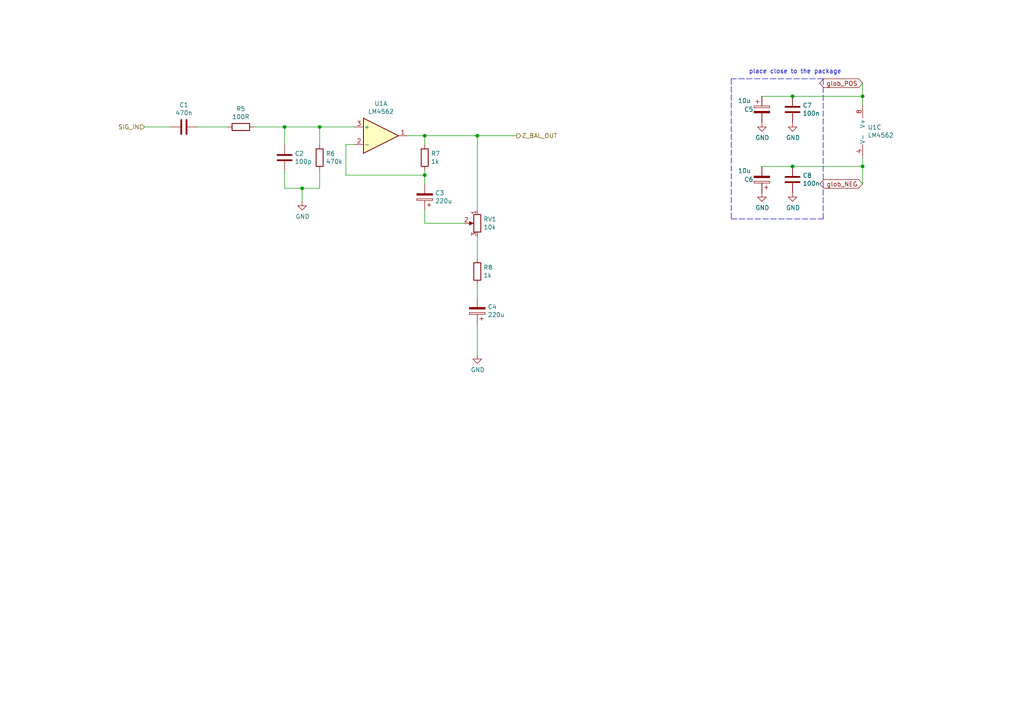
<source format=kicad_sch>
(kicad_sch (version 20211123) (generator eeschema)
  (paper "A4")
  (lib_symbols
    (symbol "Amplifier_Operational:LM4562" (pin_names (offset 0.127))
      (property "Reference" "U" (at 0 5.08 0))
      (property "Value" "LM4562" (at 0 -5.08 0))
      (symbol "LM4562_1_1"
        (polyline (pts (xy -5.08 5.08) (xy 5.08 0) (xy -5.08 -5.08) (xy -5.08 5.08)) (stroke (width 0.254)) (fill (type background)))
        (pin output line (at 7.62 0 180) (length 2.54) (name "~") (number "1"))
        (pin input line (at -7.62 -2.54 0) (length 2.54) (name "-") (number "2"))
        (pin input line (at -7.62 2.54 0) (length 2.54) (name "+") (number "3"))
      )
      (symbol "LM4562_2_1"
        (polyline (pts (xy -5.08 5.08) (xy 5.08 0) (xy -5.08 -5.08) (xy -5.08 5.08)) (stroke (width 0.254)) (fill (type background)))
        (pin input line (at -7.62 2.54 0) (length 2.54) (name "+") (number "5"))
        (pin input line (at -7.62 -2.54 0) (length 2.54) (name "-") (number "6"))
        (pin output line (at 7.62 0 180) (length 2.54) (name "~") (number "7"))
      )
      (symbol "LM4562_3_1"
        (pin power_in line (at -2.54 -7.62 90) (length 3.81) (name "V-") (number "4"))
        (pin power_in line (at -2.54 7.62 270) (length 3.81) (name "V+") (number "8"))
      )
    )
    (symbol "Device:C" (pin_numbers hide) (pin_names (offset 0.254))
      (property "Reference" "C" (at 0.635 2.54 0))
      (property "Value" "C" (at 0.635 -2.54 0))
      (symbol "C_0_1"
        (polyline (pts (xy -2.032 -0.762) (xy 2.032 -0.762)) (stroke (width 0.508)))
        (polyline (pts (xy -2.032 0.762) (xy 2.032 0.762)) (stroke (width 0.508)))
      )
      (symbol "C_1_1"
        (pin passive line (at 0 3.81 270) (length 2.794) (name "~") (number "1"))
        (pin passive line (at 0 -3.81 90) (length 2.794) (name "~") (number "2"))
      )
    )
    (symbol "Device:R" (pin_numbers hide) (pin_names (offset 0))
      (property "Reference" "R" (at 2.032 0 90))
      (property "Value" "R" (at 0 0 90))
      (symbol "R_0_1"
        (rectangle (start -1.016 -2.54) (end 1.016 2.54) (stroke (width 0.254)))
      )
      (symbol "R_1_1"
        (pin passive line (at 0 3.81 270) (length 1.27) (name "~") (number "1"))
        (pin passive line (at 0 -3.81 90) (length 1.27) (name "~") (number "2"))
      )
    )
    (symbol "power:GND" (power) (pin_names (offset 0))
      (property "Value" "GND" (at 0 -3.81 0))
      (symbol "GND_0_1"
        (polyline (pts (xy 0 0) (xy 0 -1.27) (xy 1.27 -1.27) (xy 0 -2.54) (xy -1.27 -1.27) (xy 0 -1.27)))
      )
      (symbol "GND_1_1"
        (pin power_in line (at 0 0 270) (length 0) hide (name "GND") (number "1"))
      )
    )
    (symbol "pre-amp-v2-rescue:CP-Device" (pin_numbers hide) (pin_names (offset 0.254))
      (property "Reference" "C" (at 0.635 2.54 0))
      (property "Value" "CP-Device" (at 0.635 -2.54 0))
      (symbol "CP-Device_0_1"
        (rectangle (start -2.286 0.508) (end 2.286 1.016))
        (polyline (pts (xy -1.778 2.286) (xy -0.762 2.286)))
        (polyline (pts (xy -1.27 2.794) (xy -1.27 1.778)))
        (rectangle (start 2.286 -0.508) (end -2.286 -1.016) (fill (type outline)))
      )
      (symbol "CP-Device_1_1"
        (pin passive line (at 0 3.81 270) (length 2.794) (name "~") (number "1"))
        (pin passive line (at 0 -3.81 90) (length 2.794) (name "~") (number "2"))
      )
    )
    (symbol "pre-amp-v2-rescue:R_POT-Device" (pin_names (offset 1.016) hide)
      (property "Reference" "RV" (at -4.445 0 90))
      (property "Value" "R_POT-Device" (at -2.54 0 90))
      (symbol "R_POT-Device_0_1"
        (polyline (pts (xy 2.54 0) (xy 1.524 0)))
        (polyline (pts (xy 1.143 0) (xy 2.286 0.508) (xy 2.286 -0.508) (xy 1.143 0)) (fill (type outline)))
        (rectangle (start 1.016 2.54) (end -1.016 -2.54) (stroke (width 0.254)))
      )
      (symbol "R_POT-Device_1_1"
        (pin passive line (at 0 3.81 270) (length 1.27) (name "1") (number "1"))
        (pin passive line (at 3.81 0 180) (length 1.27) (name "2") (number "2"))
        (pin passive line (at 0 -3.81 90) (length 1.27) (name "3") (number "3"))
      )
    )
  )
  (junction (at 229.87 27.94))
  (junction (at 229.87 48.26))
  (junction (at 92.71 36.83))
  (junction (at 250.19 48.26))
  (junction (at 123.19 50.8))
  (junction (at 123.19 39.37))
  (junction (at 87.63 54.61))
  (junction (at 250.19 27.94))
  (junction (at 82.55 36.83))
  (junction (at 138.43 39.37))
  (wire (pts (xy 250.19 24.13) (xy 250.19 27.94)))
  (wire (pts (xy 92.71 36.83) (xy 102.87 36.83)))
  (wire (pts (xy 123.19 49.53) (xy 123.19 50.8)))
  (wire (pts (xy 92.71 36.83) (xy 92.71 41.91)))
  (wire (pts (xy 250.19 45.72) (xy 250.19 48.26)))
  (wire (pts (xy 87.63 54.61) (xy 87.63 58.42)))
  (wire (pts (xy 149.86 39.37) (xy 138.43 39.37)))
  (wire (pts (xy 123.19 60.96) (xy 123.19 64.77)))
  (wire (pts (xy 138.43 102.87) (xy 138.43 93.98)))
  (wire (pts (xy 73.66 36.83) (xy 82.55 36.83)))
  (wire (pts (xy 123.19 64.77) (xy 134.62 64.77)))
  (wire (pts (xy 138.43 82.55) (xy 138.43 86.36)))
  (wire (pts (xy 123.19 50.8) (xy 123.19 53.34)))
  (wire (pts (xy 250.19 53.34) (xy 250.19 48.26)))
  (wire (pts (xy 138.43 39.37) (xy 138.43 60.96)))
  (wire (pts (xy 229.87 27.94) (xy 250.19 27.94)))
  (wire (pts (xy 82.55 49.53) (xy 82.55 54.61)))
  (wire (pts (xy 82.55 54.61) (xy 87.63 54.61)))
  (wire (pts (xy 87.63 54.61) (xy 92.71 54.61)))
  (wire (pts (xy 123.19 39.37) (xy 138.43 39.37)))
  (wire (pts (xy 57.15 36.83) (xy 66.04 36.83)))
  (wire (pts (xy 82.55 36.83) (xy 82.55 41.91)))
  (polyline (pts (xy 212.09 63.5) (xy 238.76 63.5)))
  (wire (pts (xy 138.43 68.58) (xy 138.43 74.93)))
  (wire (pts (xy 118.11 39.37) (xy 123.19 39.37)))
  (wire (pts (xy 250.19 27.94) (xy 250.19 30.48)))
  (polyline (pts (xy 238.76 22.86) (xy 212.09 22.86)))
  (wire (pts (xy 220.98 27.94) (xy 229.87 27.94)))
  (wire (pts (xy 123.19 39.37) (xy 123.19 41.91)))
  (wire (pts (xy 100.33 41.91) (xy 100.33 50.8)))
  (wire (pts (xy 41.91 36.83) (xy 49.53 36.83)))
  (polyline (pts (xy 212.09 22.86) (xy 212.09 63.5)))
  (wire (pts (xy 100.33 50.8) (xy 123.19 50.8)))
  (wire (pts (xy 92.71 54.61) (xy 92.71 49.53)))
  (wire (pts (xy 220.98 48.26) (xy 229.87 48.26)))
  (polyline (pts (xy 238.76 63.5) (xy 238.76 22.86)))
  (wire (pts (xy 82.55 36.83) (xy 92.71 36.83)))
  (wire (pts (xy 102.87 41.91) (xy 100.33 41.91)))
  (wire (pts (xy 250.19 48.26) (xy 229.87 48.26)))
  (text "place close to the package" (at 217.17 21.59 0) (effects (font (size 1.27 1.27)) (justify left bottom)))
  (global_label "glob_POS" (shape bidirectional) (at 250.19 24.13 180) (property "Intersheet References" "${INTERSHEET_REFS}" (effects hide)))
  (global_label "glob_NEG" (shape bidirectional) (at 250.19 53.34 180) (property "Intersheet References" "${INTERSHEET_REFS}" (effects hide)))
  (hierarchical_label "Z_BAL_OUT" (shape output) (at 149.86 39.37 0))
  (hierarchical_label "SIG_IN" (shape input) (at 41.91 36.83 180))
  (symbol (lib_id "Device:C") (at 53.34 36.83 270) (unit 1)
    (property "Reference" "C1" (at 53.34 30.4292 90))
    (property "Value" "470n" (at 53.34 32.7406 90))
    (property "Footprint" "Capacitor_THT:C_Rect_L7.2mm_W3.5mm_P5.00mm_FKS2_FKP2_MKS2_MKP2" (effects hide))
  )
  (symbol (lib_id "Device:R") (at 69.85 36.83 270) (unit 1)
    (property "Reference" "R5" (at 69.85 31.5722 90))
    (property "Value" "100R" (at 69.85 33.8836 90))
    (property "Footprint" "Resistor_SMD:R_0805_2012Metric_Pad1.20x1.40mm_HandSolder" (effects hide))
  )
  (symbol (lib_id "Device:R") (at 92.71 45.72 180) (unit 1)
    (property "Reference" "R6" (at 94.488 44.5516 0) (effects (justify right)))
    (property "Value" "470k" (at 94.488 46.863 0) (effects (justify right)))
    (property "Footprint" "Resistor_SMD:R_0805_2012Metric_Pad1.20x1.40mm_HandSolder" (effects hide))
  )
  (symbol (lib_id "Device:C") (at 82.55 45.72 180) (unit 1)
    (property "Reference" "C2" (at 85.471 44.5516 0) (effects (justify right)))
    (property "Value" "100p" (at 85.471 46.863 0) (effects (justify right)))
    (property "Footprint" "Capacitor_SMD:C_0805_2012Metric_Pad1.18x1.45mm_HandSolder" (effects hide))
  )
  (symbol (lib_id "Amplifier_Operational:LM4562") (at 110.49 39.37 0) (unit 1)
    (property "Reference" "U1" (at 110.49 30.0482 0))
    (property "Value" "LM4562" (at 110.49 32.3596 0))
    (property "Footprint" "Package_SO:SOIC-8_3.9x4.9mm_P1.27mm" (effects hide))
    (property "Datasheet" "http://www.ti.com/lit/ds/symlink/lm4562.pdf" (effects hide))
  )
  (symbol (lib_id "Amplifier_Operational:LM4562") (at 252.73 38.1 0) (unit 3)
    (property "Reference" "U1" (at 251.6632 36.9316 0) (effects (justify left)))
    (property "Value" "LM4562" (at 251.6632 39.243 0) (effects (justify left)))
    (property "Footprint" "Package_SO:SOIC-8_3.9x4.9mm_P1.27mm" (effects hide))
    (property "Datasheet" "http://www.ti.com/lit/ds/symlink/lm4562.pdf" (effects hide))
  )
  (symbol (lib_id "Device:R") (at 123.19 45.72 180) (unit 1)
    (property "Reference" "R7" (at 124.968 44.5516 0) (effects (justify right)))
    (property "Value" "1k" (at 124.968 46.863 0) (effects (justify right)))
    (property "Footprint" "Resistor_SMD:R_0805_2012Metric_Pad1.20x1.40mm_HandSolder" (effects hide))
  )
  (symbol (lib_id "pre-amp-v2-rescue:CP-Device") (at 123.19 57.15 180) (unit 1)
    (property "Reference" "C3" (at 126.1872 55.9816 0) (effects (justify right)))
    (property "Value" "220u" (at 126.1872 58.293 0) (effects (justify right)))
    (property "Footprint" "Capacitor_THT:CP_Radial_D6.3mm_P2.50mm" (effects hide))
  )
  (symbol (lib_id "pre-amp-v2-rescue:R_POT-Device") (at 138.43 64.77 0) (mirror y) (unit 1)
    (property "Reference" "RV1" (at 140.208 63.6016 0) (effects (justify right)))
    (property "Value" "10k" (at 140.208 65.913 0) (effects (justify right)))
    (property "Footprint" "Potentiometer_THT:Potentiometer_Bourns_PTV09A-1_Single_Vertical" (effects hide))
  )
  (symbol (lib_id "Device:R") (at 138.43 78.74 180) (unit 1)
    (property "Reference" "R8" (at 140.208 77.5716 0) (effects (justify right)))
    (property "Value" "1k" (at 140.208 79.883 0) (effects (justify right)))
    (property "Footprint" "Resistor_SMD:R_0805_2012Metric_Pad1.20x1.40mm_HandSolder" (effects hide))
  )
  (symbol (lib_id "pre-amp-v2-rescue:CP-Device") (at 138.43 90.17 180) (unit 1)
    (property "Reference" "C4" (at 141.4272 89.0016 0) (effects (justify right)))
    (property "Value" "220u" (at 141.4272 91.313 0) (effects (justify right)))
    (property "Footprint" "Capacitor_THT:CP_Radial_D6.3mm_P2.50mm" (effects hide))
  )
  (symbol (lib_id "power:GND") (at 138.43 102.87 0) (unit 1)
    (property "Reference" "#PWR010" (effects hide))
    (property "Value" "GND" (at 138.557 107.2642 0))
  )
  (symbol (lib_id "power:GND") (at 87.63 58.42 0) (unit 1)
    (property "Reference" "#PWR09" (effects hide))
    (property "Value" "GND" (at 87.757 62.8142 0))
  )
  (symbol (lib_id "Device:C") (at 229.87 31.75 0) (unit 1)
    (property "Reference" "C7" (at 232.791 30.5816 0) (effects (justify left)))
    (property "Value" "100n" (at 232.791 32.893 0) (effects (justify left)))
    (property "Footprint" "Capacitor_SMD:C_0805_2012Metric_Pad1.18x1.45mm_HandSolder" (effects hide))
  )
  (symbol (lib_id "Device:C") (at 229.87 52.07 0) (unit 1)
    (property "Reference" "C8" (at 232.791 50.9016 0) (effects (justify left)))
    (property "Value" "100n" (at 232.791 53.213 0) (effects (justify left)))
    (property "Footprint" "Capacitor_SMD:C_0805_2012Metric_Pad1.18x1.45mm_HandSolder" (effects hide))
  )
  (symbol (lib_id "power:GND") (at 229.87 55.88 0) (unit 1)
    (property "Value" "GND" (at 229.997 60.2742 0))
  )
  (symbol (lib_id "power:GND") (at 229.87 35.56 0) (unit 1)
    (property "Value" "GND" (at 229.997 39.9542 0))
  )
  (symbol (lib_id "pre-amp-v2-rescue:CP-Device") (at 220.98 31.75 0) (unit 1)
    (property "Reference" "C5" (at 217.17 31.75 0))
    (property "Value" "10u" (at 215.9 29.21 0))
    (property "Footprint" "Capacitor_SMD:CP_Elec_4x5.4" (effects hide))
  )
  (symbol (lib_id "pre-amp-v2-rescue:CP-Device") (at 220.98 52.07 180) (unit 1)
    (property "Reference" "C6" (at 217.17 52.07 0))
    (property "Value" "10u" (at 215.9 49.53 0))
    (property "Footprint" "Capacitor_SMD:CP_Elec_4x5.4" (effects hide))
  )
  (symbol (lib_id "power:GND") (at 220.98 55.88 0) (unit 1)
    (property "Value" "GND" (at 221.107 60.2742 0))
  )
  (symbol (lib_id "power:GND") (at 220.98 35.56 0) (unit 1)
    (property "Value" "GND" (at 221.107 39.9542 0))
  )
)
</source>
